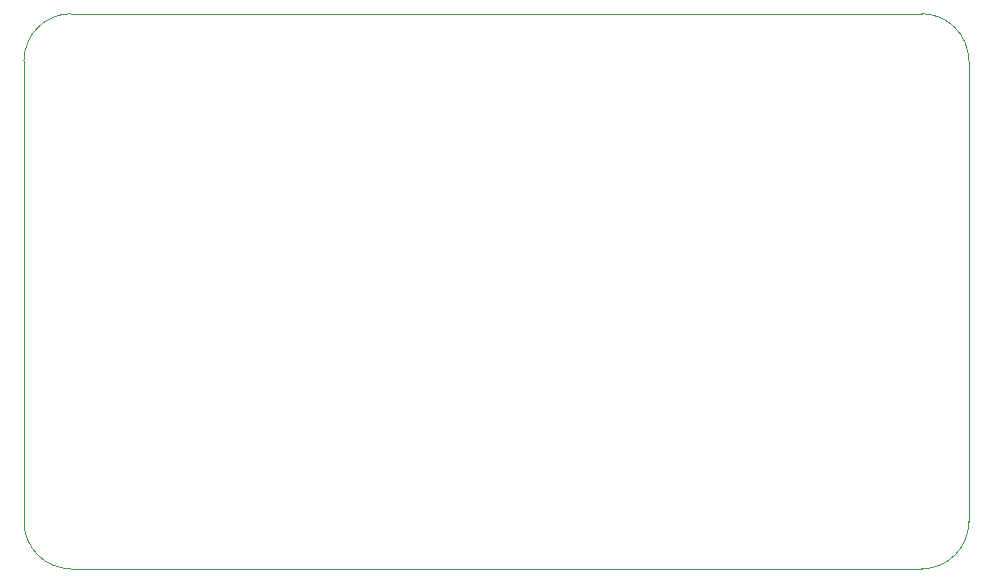
<source format=gbr>
%TF.GenerationSoftware,KiCad,Pcbnew,(5.1.6)-1*%
%TF.CreationDate,2021-05-08T17:44:37+05:30*%
%TF.ProjectId,CC CV Power Supply Rev 3,43432043-5620-4506-9f77-657220537570,rev?*%
%TF.SameCoordinates,Original*%
%TF.FileFunction,Profile,NP*%
%FSLAX46Y46*%
G04 Gerber Fmt 4.6, Leading zero omitted, Abs format (unit mm)*
G04 Created by KiCad (PCBNEW (5.1.6)-1) date 2021-05-08 17:44:37*
%MOMM*%
%LPD*%
G01*
G04 APERTURE LIST*
%TA.AperFunction,Profile*%
%ADD10C,0.050000*%
%TD*%
G04 APERTURE END LIST*
D10*
X110000000Y-129500000D02*
X110000000Y-116000000D01*
X190000000Y-116000000D02*
X190000000Y-129500000D01*
X110000000Y-90500000D02*
G75*
G02*
X114000000Y-86500000I4000000J0D01*
G01*
X186000000Y-86500000D02*
G75*
G02*
X190000000Y-90500000I0J-4000000D01*
G01*
X190000000Y-129500000D02*
G75*
G02*
X186000000Y-133500000I-4000000J0D01*
G01*
X114000000Y-133500000D02*
G75*
G02*
X110000000Y-129500000I0J4000000D01*
G01*
X110000000Y-116000000D02*
X110000000Y-90500000D01*
X186000000Y-133500000D02*
X114000000Y-133500000D01*
X190000000Y-90500000D02*
X190000000Y-116000000D01*
X114000000Y-86500000D02*
X186000000Y-86500000D01*
M02*

</source>
